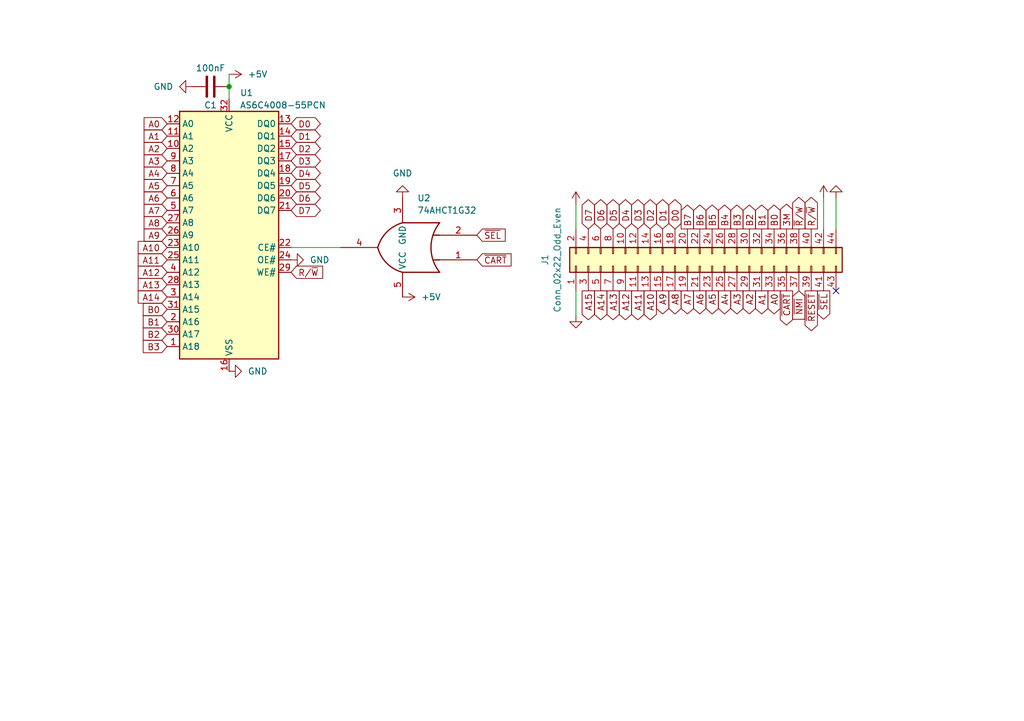
<source format=kicad_sch>
(kicad_sch (version 20231120) (generator "eeschema") (generator_version "8.0")
  (paper "A5")
  (lib_symbols
    (symbol "74xGxx:74AHCT1G32"
      (property "Reference" "U" (at -2.54 3.81 0))
      (property "Value" "74AHCT1G32" (at 0 -3.81 0))
      (symbol "74AHCT1G32_0_1"
        (arc (start -7.62 -5.08) (mid -5.838 0) (end -7.62 5.08) (stroke (width 0.254)))
        (arc (start 0 -5.08) (mid 3.1986 -3.2054) (end 5.08 0) (stroke (width 0.254)))
        (polyline (pts (xy -7.62 -2.54) (xy -6.35 -2.54)) (stroke (width 0.254)) (fill (type background)))
        (polyline (pts (xy -7.62 2.54) (xy -6.35 2.54)) (stroke (width 0.254)) (fill (type background)))
        (polyline (pts (xy 0 -5.08) (xy -7.62 -5.08)) (stroke (width 0.254)) (fill (type background)))
        (polyline (pts (xy 0 5.08) (xy -7.62 5.08)) (stroke (width 0.254)) (fill (type background)))
        (arc (start 5.08 0) (mid 3.2238 3.2304) (end 0 5.08) (stroke (width 0.254)))
      )
      (symbol "74AHCT1G32_1_1"
        (pin input line (at -15.24 2.54 0) (length 7.62) (name "~") (number "1"))
        (pin input line (at -15.24 -2.54 0) (length 7.62) (name "~") (number "2"))
        (pin power_in line (at 0 -10.16 90) (length 5.08) (name "GND") (number "3"))
        (pin output line (at 12.7 0 180) (length 7.62) (name "~") (number "4"))
        (pin power_in line (at 0 10.16 270) (length 5.08) (name "VCC") (number "5"))
      )
    )
    (symbol "Connector_Generic:Conn_02x22_Odd_Even" (pin_names (offset 1.016) hide)
      (property "Reference" "J" (at 1.27 27.94 0))
      (property "Value" "Conn_02x22_Odd_Even" (at 1.27 -30.48 0))
      (symbol "Conn_02x22_Odd_Even_1_1"
        (rectangle (start -1.27 -27.813) (end 0 -28.067) (stroke (width 0.1524)))
        (rectangle (start -1.27 -25.273) (end 0 -25.527) (stroke (width 0.1524)))
        (rectangle (start -1.27 -22.733) (end 0 -22.987) (stroke (width 0.1524)))
        (rectangle (start -1.27 -20.193) (end 0 -20.447) (stroke (width 0.1524)))
        (rectangle (start -1.27 -17.653) (end 0 -17.907) (stroke (width 0.1524)))
        (rectangle (start -1.27 -15.113) (end 0 -15.367) (stroke (width 0.1524)))
        (rectangle (start -1.27 -12.573) (end 0 -12.827) (stroke (width 0.1524)))
        (rectangle (start -1.27 -10.033) (end 0 -10.287) (stroke (width 0.1524)))
        (rectangle (start -1.27 -7.493) (end 0 -7.747) (stroke (width 0.1524)))
        (rectangle (start -1.27 -4.953) (end 0 -5.207) (stroke (width 0.1524)))
        (rectangle (start -1.27 -2.413) (end 0 -2.667) (stroke (width 0.1524)))
        (rectangle (start -1.27 0.127) (end 0 -0.127) (stroke (width 0.1524)))
        (rectangle (start -1.27 2.667) (end 0 2.413) (stroke (width 0.1524)))
        (rectangle (start -1.27 5.207) (end 0 4.953) (stroke (width 0.1524)))
        (rectangle (start -1.27 7.747) (end 0 7.493) (stroke (width 0.1524)))
        (rectangle (start -1.27 10.287) (end 0 10.033) (stroke (width 0.1524)))
        (rectangle (start -1.27 12.827) (end 0 12.573) (stroke (width 0.1524)))
        (rectangle (start -1.27 15.367) (end 0 15.113) (stroke (width 0.1524)))
        (rectangle (start -1.27 17.907) (end 0 17.653) (stroke (width 0.1524)))
        (rectangle (start -1.27 20.447) (end 0 20.193) (stroke (width 0.1524)))
        (rectangle (start -1.27 22.987) (end 0 22.733) (stroke (width 0.1524)))
        (rectangle (start -1.27 25.527) (end 0 25.273) (stroke (width 0.1524)))
        (rectangle (start -1.27 26.67) (end 3.81 -29.21) (stroke (width 0.254)) (fill (type background)))
        (rectangle (start 3.81 -27.813) (end 2.54 -28.067) (stroke (width 0.1524)))
        (rectangle (start 3.81 -25.273) (end 2.54 -25.527) (stroke (width 0.1524)))
        (rectangle (start 3.81 -22.733) (end 2.54 -22.987) (stroke (width 0.1524)))
        (rectangle (start 3.81 -20.193) (end 2.54 -20.447) (stroke (width 0.1524)))
        (rectangle (start 3.81 -17.653) (end 2.54 -17.907) (stroke (width 0.1524)))
        (rectangle (start 3.81 -15.113) (end 2.54 -15.367) (stroke (width 0.1524)))
        (rectangle (start 3.81 -12.573) (end 2.54 -12.827) (stroke (width 0.1524)))
        (rectangle (start 3.81 -10.033) (end 2.54 -10.287) (stroke (width 0.1524)))
        (rectangle (start 3.81 -7.493) (end 2.54 -7.747) (stroke (width 0.1524)))
        (rectangle (start 3.81 -4.953) (end 2.54 -5.207) (stroke (width 0.1524)))
        (rectangle (start 3.81 -2.413) (end 2.54 -2.667) (stroke (width 0.1524)))
        (rectangle (start 3.81 0.127) (end 2.54 -0.127) (stroke (width 0.1524)))
        (rectangle (start 3.81 2.667) (end 2.54 2.413) (stroke (width 0.1524)))
        (rectangle (start 3.81 5.207) (end 2.54 4.953) (stroke (width 0.1524)))
        (rectangle (start 3.81 7.747) (end 2.54 7.493) (stroke (width 0.1524)))
        (rectangle (start 3.81 10.287) (end 2.54 10.033) (stroke (width 0.1524)))
        (rectangle (start 3.81 12.827) (end 2.54 12.573) (stroke (width 0.1524)))
        (rectangle (start 3.81 15.367) (end 2.54 15.113) (stroke (width 0.1524)))
        (rectangle (start 3.81 17.907) (end 2.54 17.653) (stroke (width 0.1524)))
        (rectangle (start 3.81 20.447) (end 2.54 20.193) (stroke (width 0.1524)))
        (rectangle (start 3.81 22.987) (end 2.54 22.733) (stroke (width 0.1524)))
        (rectangle (start 3.81 25.527) (end 2.54 25.273) (stroke (width 0.1524)))
        (pin passive line (at -5.08 25.4 0) (length 3.81) (name "Pin_1") (number "1"))
        (pin passive line (at 7.62 15.24 180) (length 3.81) (name "Pin_10") (number "10"))
        (pin passive line (at -5.08 12.7 0) (length 3.81) (name "Pin_11") (number "11"))
        (pin passive line (at 7.62 12.7 180) (length 3.81) (name "Pin_12") (number "12"))
        (pin passive line (at -5.08 10.16 0) (length 3.81) (name "Pin_13") (number "13"))
        (pin passive line (at 7.62 10.16 180) (length 3.81) (name "Pin_14") (number "14"))
        (pin passive line (at -5.08 7.62 0) (length 3.81) (name "Pin_15") (number "15"))
        (pin passive line (at 7.62 7.62 180) (length 3.81) (name "Pin_16") (number "16"))
        (pin passive line (at -5.08 5.08 0) (length 3.81) (name "Pin_17") (number "17"))
        (pin passive line (at 7.62 5.08 180) (length 3.81) (name "Pin_18") (number "18"))
        (pin passive line (at -5.08 2.54 0) (length 3.81) (name "Pin_19") (number "19"))
        (pin passive line (at 7.62 25.4 180) (length 3.81) (name "Pin_2") (number "2"))
        (pin passive line (at 7.62 2.54 180) (length 3.81) (name "Pin_20") (number "20"))
        (pin passive line (at -5.08 0 0) (length 3.81) (name "Pin_21") (number "21"))
        (pin passive line (at 7.62 0 180) (length 3.81) (name "Pin_22") (number "22"))
        (pin passive line (at -5.08 -2.54 0) (length 3.81) (name "Pin_23") (number "23"))
        (pin passive line (at 7.62 -2.54 180) (length 3.81) (name "Pin_24") (number "24"))
        (pin passive line (at -5.08 -5.08 0) (length 3.81) (name "Pin_25") (number "25"))
        (pin passive line (at 7.62 -5.08 180) (length 3.81) (name "Pin_26") (number "26"))
        (pin passive line (at -5.08 -7.62 0) (length 3.81) (name "Pin_27") (number "27"))
        (pin passive line (at 7.62 -7.62 180) (length 3.81) (name "Pin_28") (number "28"))
        (pin passive line (at -5.08 -10.16 0) (length 3.81) (name "Pin_29") (number "29"))
        (pin passive line (at -5.08 22.86 0) (length 3.81) (name "Pin_3") (number "3"))
        (pin passive line (at 7.62 -10.16 180) (length 3.81) (name "Pin_30") (number "30"))
        (pin passive line (at -5.08 -12.7 0) (length 3.81) (name "Pin_31") (number "31"))
        (pin passive line (at 7.62 -12.7 180) (length 3.81) (name "Pin_32") (number "32"))
        (pin passive line (at -5.08 -15.24 0) (length 3.81) (name "Pin_33") (number "33"))
        (pin passive line (at 7.62 -15.24 180) (length 3.81) (name "Pin_34") (number "34"))
        (pin passive line (at -5.08 -17.78 0) (length 3.81) (name "Pin_35") (number "35"))
        (pin passive line (at 7.62 -17.78 180) (length 3.81) (name "Pin_36") (number "36"))
        (pin passive line (at -5.08 -20.32 0) (length 3.81) (name "Pin_37") (number "37"))
        (pin passive line (at 7.62 -20.32 180) (length 3.81) (name "Pin_38") (number "38"))
        (pin passive line (at -5.08 -22.86 0) (length 3.81) (name "Pin_39") (number "39"))
        (pin passive line (at 7.62 22.86 180) (length 3.81) (name "Pin_4") (number "4"))
        (pin passive line (at 7.62 -22.86 180) (length 3.81) (name "Pin_40") (number "40"))
        (pin passive line (at -5.08 -25.4 0) (length 3.81) (name "Pin_41") (number "41"))
        (pin passive line (at 7.62 -25.4 180) (length 3.81) (name "Pin_42") (number "42"))
        (pin passive line (at -5.08 -27.94 0) (length 3.81) (name "Pin_43") (number "43"))
        (pin passive line (at 7.62 -27.94 180) (length 3.81) (name "Pin_44") (number "44"))
        (pin passive line (at -5.08 20.32 0) (length 3.81) (name "Pin_5") (number "5"))
        (pin passive line (at 7.62 20.32 180) (length 3.81) (name "Pin_6") (number "6"))
        (pin passive line (at -5.08 17.78 0) (length 3.81) (name "Pin_7") (number "7"))
        (pin passive line (at 7.62 17.78 180) (length 3.81) (name "Pin_8") (number "8"))
        (pin passive line (at -5.08 15.24 0) (length 3.81) (name "Pin_9") (number "9"))
      )
    )
    (symbol "Device:C" (pin_numbers hide) (pin_names (offset 0.254))
      (property "Reference" "C" (at 0.635 2.54 0))
      (property "Value" "C" (at 0.635 -2.54 0))
      (symbol "C_0_1"
        (polyline (pts (xy -2.032 -0.762) (xy 2.032 -0.762)) (stroke (width 0.508)))
        (polyline (pts (xy -2.032 0.762) (xy 2.032 0.762)) (stroke (width 0.508)))
      )
      (symbol "C_1_1"
        (pin passive line (at 0 3.81 270) (length 2.794) (name "~") (number "1"))
        (pin passive line (at 0 -3.81 90) (length 2.794) (name "~") (number "2"))
      )
    )
    (symbol "Memory_RAM:AS6C4008-55PCN"
      (property "Reference" "U" (at -10.16 26.035 0))
      (property "Value" "AS6C4008-55PCN" (at 2.54 26.035 0))
      (symbol "AS6C4008-55PCN_0_0"
        (pin power_in line (at 0 -27.94 90) (length 2.54) (name "VSS") (number "16"))
        (pin power_in line (at 0 27.94 270) (length 2.54) (name "VCC") (number "32"))
      )
      (symbol "AS6C4008-55PCN_0_1"
        (rectangle (start -10.16 25.4) (end 10.16 -25.4) (stroke (width 0.254)) (fill (type background)))
      )
      (symbol "AS6C4008-55PCN_1_1"
        (pin input line (at -12.7 -22.86 0) (length 2.54) (name "A18") (number "1"))
        (pin input line (at -12.7 17.78 0) (length 2.54) (name "A2") (number "10"))
        (pin input line (at -12.7 20.32 0) (length 2.54) (name "A1") (number "11"))
        (pin input line (at -12.7 22.86 0) (length 2.54) (name "A0") (number "12"))
        (pin tri_state line (at 12.7 22.86 180) (length 2.54) (name "DQ0") (number "13"))
        (pin tri_state line (at 12.7 20.32 180) (length 2.54) (name "DQ1") (number "14"))
        (pin tri_state line (at 12.7 17.78 180) (length 2.54) (name "DQ2") (number "15"))
        (pin tri_state line (at 12.7 15.24 180) (length 2.54) (name "DQ3") (number "17"))
        (pin tri_state line (at 12.7 12.7 180) (length 2.54) (name "DQ4") (number "18"))
        (pin tri_state line (at 12.7 10.16 180) (length 2.54) (name "DQ5") (number "19"))
        (pin input line (at -12.7 -17.78 0) (length 2.54) (name "A16") (number "2"))
        (pin tri_state line (at 12.7 7.62 180) (length 2.54) (name "DQ6") (number "20"))
        (pin tri_state line (at 12.7 5.08 180) (length 2.54) (name "DQ7") (number "21"))
        (pin input line (at 12.7 -2.54 180) (length 2.54) (name "CE#") (number "22"))
        (pin input line (at -12.7 -2.54 0) (length 2.54) (name "A10") (number "23"))
        (pin input line (at 12.7 -5.08 180) (length 2.54) (name "OE#") (number "24"))
        (pin input line (at -12.7 -5.08 0) (length 2.54) (name "A11") (number "25"))
        (pin input line (at -12.7 0 0) (length 2.54) (name "A9") (number "26"))
        (pin input line (at -12.7 2.54 0) (length 2.54) (name "A8") (number "27"))
        (pin input line (at -12.7 -10.16 0) (length 2.54) (name "A13") (number "28"))
        (pin input line (at 12.7 -7.62 180) (length 2.54) (name "WE#") (number "29"))
        (pin input line (at -12.7 -12.7 0) (length 2.54) (name "A14") (number "3"))
        (pin input line (at -12.7 -20.32 0) (length 2.54) (name "A17") (number "30"))
        (pin input line (at -12.7 -15.24 0) (length 2.54) (name "A15") (number "31"))
        (pin input line (at -12.7 -7.62 0) (length 2.54) (name "A12") (number "4"))
        (pin input line (at -12.7 5.08 0) (length 2.54) (name "A7") (number "5"))
        (pin input line (at -12.7 7.62 0) (length 2.54) (name "A6") (number "6"))
        (pin input line (at -12.7 10.16 0) (length 2.54) (name "A5") (number "7"))
        (pin input line (at -12.7 12.7 0) (length 2.54) (name "A4") (number "8"))
        (pin input line (at -12.7 15.24 0) (length 2.54) (name "A3") (number "9"))
      )
    )
    (symbol "power:+5V" (power) (pin_names (offset 0))
      (property "Value" "+5V" (at 0 3.556 0))
      (symbol "+5V_0_1"
        (polyline (pts (xy -0.762 1.27) (xy 0 2.54)))
        (polyline (pts (xy 0 0) (xy 0 2.54)))
        (polyline (pts (xy 0 2.54) (xy 0.762 1.27)))
      )
      (symbol "+5V_1_1"
        (pin power_in line (at 0 0 90) (length 0) hide (name "+5V") (number "1"))
      )
    )
    (symbol "power:GND" (power) (pin_names (offset 0))
      (property "Value" "GND" (at 0 -3.81 0))
      (symbol "GND_0_1"
        (polyline (pts (xy 0 0) (xy 0 -1.27) (xy 1.27 -1.27) (xy 0 -2.54) (xy -1.27 -1.27) (xy 0 -1.27)))
      )
      (symbol "GND_1_1"
        (pin power_in line (at 0 0 270) (length 0) hide (name "GND") (number "1"))
      )
    )
  )
  (junction (at 46.99 17.78))
  (no_connect (at 171.45 59.69))
  (wire (pts (xy 118.11 41.91) (xy 118.11 46.99)))
  (wire (pts (xy 69.85 50.8) (xy 59.69 50.8)))
  (wire (pts (xy 46.99 17.78) (xy 46.99 20.32)))
  (wire (pts (xy 168.91 40.64) (xy 168.91 46.99)))
  (wire (pts (xy 171.45 40.64) (xy 171.45 46.99)))
  (wire (pts (xy 118.11 64.77) (xy 118.11 59.69)))
  (wire (pts (xy 46.99 15.24) (xy 46.99 17.78)))
  (global_label "A3" (shape output) (at 151.13 59.69 270) (property "Intersheetrefs" "${INTERSHEET_REFS}" (effects (hide yes))))
  (global_label "A8" (shape input) (at 34.29 45.72 180) (property "Intersheetrefs" "${INTERSHEET_REFS}" (effects (hide yes))))
  (global_label "D0" (shape bidirectional) (at 59.69 25.4 0) (property "Intersheetrefs" "${INTERSHEET_REFS}" (effects (hide yes))))
  (global_label "A11" (shape output) (at 130.81 59.69 270) (property "Intersheetrefs" "${INTERSHEET_REFS}" (effects (hide yes))))
  (global_label "A6" (shape input) (at 34.29 40.64 180) (property "Intersheetrefs" "${INTERSHEET_REFS}" (effects (hide yes))))
  (global_label "D4" (shape bidirectional) (at 59.69 35.56 0) (property "Intersheetrefs" "${INTERSHEET_REFS}" (effects (hide yes))))
  (global_label "A4" (shape output) (at 148.59 59.69 270) (property "Intersheetrefs" "${INTERSHEET_REFS}" (effects (hide yes))))
  (global_label "D2" (shape bidirectional) (at 59.69 30.48 0) (property "Intersheetrefs" "${INTERSHEET_REFS}" (effects (hide yes))))
  (global_label "D1" (shape bidirectional) (at 59.69 27.94 0) (property "Intersheetrefs" "${INTERSHEET_REFS}" (effects (hide yes))))
  (global_label "D3" (shape bidirectional) (at 130.81 46.99 90) (property "Intersheetrefs" "${INTERSHEET_REFS}" (effects (hide yes))))
  (global_label "R{slash}~{W}" (shape output) (at 166.37 46.99 90) (property "Intersheetrefs" "${INTERSHEET_REFS}" (effects (hide yes))))
  (global_label "D4" (shape bidirectional) (at 128.27 46.99 90) (property "Intersheetrefs" "${INTERSHEET_REFS}" (effects (hide yes))))
  (global_label "A7" (shape input) (at 34.29 43.18 180) (property "Intersheetrefs" "${INTERSHEET_REFS}" (effects (hide yes))))
  (global_label "~{CART}" (shape output) (at 161.29 59.69 270) (property "Intersheetrefs" "${INTERSHEET_REFS}" (effects (hide yes))))
  (global_label "R{slash}~{W}" (shape input) (at 59.69 55.88 0) (property "Intersheetrefs" "${INTERSHEET_REFS}" (effects (hide yes))))
  (global_label "A0" (shape input) (at 34.29 25.4 180) (property "Intersheetrefs" "${INTERSHEET_REFS}" (effects (hide yes))))
  (global_label "A4" (shape input) (at 34.29 35.56 180) (property "Intersheetrefs" "${INTERSHEET_REFS}" (effects (hide yes))))
  (global_label "~{R}{slash}W" (shape output) (at 163.83 46.99 90) (property "Intersheetrefs" "${INTERSHEET_REFS}" (effects (hide yes))))
  (global_label "A13" (shape output) (at 125.73 59.69 270) (property "Intersheetrefs" "${INTERSHEET_REFS}" (effects (hide yes))))
  (global_label "A0" (shape output) (at 158.75 59.69 270) (property "Intersheetrefs" "${INTERSHEET_REFS}" (effects (hide yes))))
  (global_label "~{CART}" (shape input) (at 97.79 53.34 0) (property "Intersheetrefs" "${INTERSHEET_REFS}" (effects (hide yes))))
  (global_label "D7" (shape bidirectional) (at 120.65 46.99 90) (property "Intersheetrefs" "${INTERSHEET_REFS}" (effects (hide yes))))
  (global_label "B4" (shape output) (at 148.59 46.99 90) (property "Intersheetrefs" "${INTERSHEET_REFS}" (effects (hide yes))))
  (global_label "B2" (shape input) (at 34.29 68.58 180) (property "Intersheetrefs" "${INTERSHEET_REFS}" (effects (hide yes))))
  (global_label "A2" (shape output) (at 153.67 59.69 270) (property "Intersheetrefs" "${INTERSHEET_REFS}" (effects (hide yes))))
  (global_label "~{SEL}" (shape output) (at 168.91 59.69 270) (property "Intersheetrefs" "${INTERSHEET_REFS}" (effects (hide yes))))
  (global_label "B0" (shape input) (at 34.29 63.5 180) (property "Intersheetrefs" "${INTERSHEET_REFS}" (effects (hide yes))))
  (global_label "A5" (shape input) (at 34.29 38.1 180) (property "Intersheetrefs" "${INTERSHEET_REFS}" (effects (hide yes))))
  (global_label "B0" (shape output) (at 158.75 46.99 90) (property "Intersheetrefs" "${INTERSHEET_REFS}" (effects (hide yes))))
  (global_label "A6" (shape output) (at 143.51 59.69 270) (property "Intersheetrefs" "${INTERSHEET_REFS}" (effects (hide yes))))
  (global_label "A1" (shape input) (at 34.29 27.94 180) (property "Intersheetrefs" "${INTERSHEET_REFS}" (effects (hide yes))))
  (global_label "D1" (shape bidirectional) (at 135.89 46.99 90) (property "Intersheetrefs" "${INTERSHEET_REFS}" (effects (hide yes))))
  (global_label "B7" (shape output) (at 140.97 46.99 90) (property "Intersheetrefs" "${INTERSHEET_REFS}" (effects (hide yes))))
  (global_label "D3" (shape bidirectional) (at 59.69 33.02 0) (property "Intersheetrefs" "${INTERSHEET_REFS}" (effects (hide yes))))
  (global_label "D7" (shape bidirectional) (at 59.69 43.18 0) (property "Intersheetrefs" "${INTERSHEET_REFS}" (effects (hide yes))))
  (global_label "A12" (shape output) (at 128.27 59.69 270) (property "Intersheetrefs" "${INTERSHEET_REFS}" (effects (hide yes))))
  (global_label "A12" (shape input) (at 34.29 55.88 180) (property "Intersheetrefs" "${INTERSHEET_REFS}" (effects (hide yes))))
  (global_label "B2" (shape output) (at 153.67 46.99 90) (property "Intersheetrefs" "${INTERSHEET_REFS}" (effects (hide yes))))
  (global_label "B1" (shape output) (at 156.21 46.99 90) (property "Intersheetrefs" "${INTERSHEET_REFS}" (effects (hide yes))))
  (global_label "D5" (shape bidirectional) (at 59.69 38.1 0) (property "Intersheetrefs" "${INTERSHEET_REFS}" (effects (hide yes))))
  (global_label "A14" (shape input) (at 34.29 60.96 180) (property "Intersheetrefs" "${INTERSHEET_REFS}" (effects (hide yes))))
  (global_label "A15" (shape output) (at 120.65 59.69 270) (property "Intersheetrefs" "${INTERSHEET_REFS}" (effects (hide yes))))
  (global_label "A7" (shape output) (at 140.97 59.69 270) (property "Intersheetrefs" "${INTERSHEET_REFS}" (effects (hide yes))))
  (global_label "D2" (shape bidirectional) (at 133.35 46.99 90) (property "Intersheetrefs" "${INTERSHEET_REFS}" (effects (hide yes))))
  (global_label "A8" (shape output) (at 138.43 59.69 270) (property "Intersheetrefs" "${INTERSHEET_REFS}" (effects (hide yes))))
  (global_label "B6" (shape output) (at 143.51 46.99 90) (property "Intersheetrefs" "${INTERSHEET_REFS}" (effects (hide yes))))
  (global_label "A9" (shape output) (at 135.89 59.69 270) (property "Intersheetrefs" "${INTERSHEET_REFS}" (effects (hide yes))))
  (global_label "A1" (shape output) (at 156.21 59.69 270) (property "Intersheetrefs" "${INTERSHEET_REFS}" (effects (hide yes))))
  (global_label "D5" (shape bidirectional) (at 125.73 46.99 90) (property "Intersheetrefs" "${INTERSHEET_REFS}" (effects (hide yes))))
  (global_label "~{RESET}" (shape output) (at 166.37 59.69 270) (property "Intersheetrefs" "${INTERSHEET_REFS}" (effects (hide yes))))
  (global_label "D6" (shape bidirectional) (at 123.19 46.99 90) (property "Intersheetrefs" "${INTERSHEET_REFS}" (effects (hide yes))))
  (global_label "A9" (shape input) (at 34.29 48.26 180) (property "Intersheetrefs" "${INTERSHEET_REFS}" (effects (hide yes))))
  (global_label "~{NMI}" (shape input) (at 163.83 59.69 270) (property "Intersheetrefs" "${INTERSHEET_REFS}" (effects (hide yes))))
  (global_label "A10" (shape output) (at 133.35 59.69 270) (property "Intersheetrefs" "${INTERSHEET_REFS}" (effects (hide yes))))
  (global_label "B3" (shape input) (at 34.29 71.12 180) (property "Intersheetrefs" "${INTERSHEET_REFS}" (effects (hide yes))))
  (global_label "A14" (shape output) (at 123.19 59.69 270) (property "Intersheetrefs" "${INTERSHEET_REFS}" (effects (hide yes))))
  (global_label "D6" (shape bidirectional) (at 59.69 40.64 0) (property "Intersheetrefs" "${INTERSHEET_REFS}" (effects (hide yes))))
  (global_label "A5" (shape output) (at 146.05 59.69 270) (property "Intersheetrefs" "${INTERSHEET_REFS}" (effects (hide yes))))
  (global_label "B1" (shape input) (at 34.29 66.04 180) (property "Intersheetrefs" "${INTERSHEET_REFS}" (effects (hide yes))))
  (global_label "3M" (shape output) (at 161.29 46.99 90) (property "Intersheetrefs" "${INTERSHEET_REFS}" (effects (hide yes))))
  (global_label "A11" (shape input) (at 34.29 53.34 180) (property "Intersheetrefs" "${INTERSHEET_REFS}" (effects (hide yes))))
  (global_label "A10" (shape input) (at 34.29 50.8 180) (property "Intersheetrefs" "${INTERSHEET_REFS}" (effects (hide yes))))
  (global_label "B3" (shape output) (at 151.13 46.99 90) (property "Intersheetrefs" "${INTERSHEET_REFS}" (effects (hide yes))))
  (global_label "B5" (shape output) (at 146.05 46.99 90) (property "Intersheetrefs" "${INTERSHEET_REFS}" (effects (hide yes))))
  (global_label "D0" (shape bidirectional) (at 138.43 46.99 90) (property "Intersheetrefs" "${INTERSHEET_REFS}" (effects (hide yes))))
  (global_label "A13" (shape input) (at 34.29 58.42 180) (property "Intersheetrefs" "${INTERSHEET_REFS}" (effects (hide yes))))
  (global_label "~{SEL}" (shape input) (at 97.79 48.26 0) (property "Intersheetrefs" "${INTERSHEET_REFS}" (effects (hide yes))))
  (global_label "A3" (shape input) (at 34.29 33.02 180) (property "Intersheetrefs" "${INTERSHEET_REFS}" (effects (hide yes))))
  (global_label "A2" (shape input) (at 34.29 30.48 180) (property "Intersheetrefs" "${INTERSHEET_REFS}" (effects (hide yes))))
  (symbol (lib_id "Connector_Generic:Conn_02x22_Odd_Even") (at 143.51 54.61 90) (unit 1)
    (property "Reference" "J1" (at 111.76 53.34 0))
    (property "Value" "Conn_02x22_Odd_Even" (at 114.3 53.34 0))
    (property "Footprint" "Smal:KITTY_Cart_Edge" (effects (hide yes)))
  )
  (symbol (lib_id "74xGxx:74AHCT1G32") (at 82.55 50.8 180) (unit 1)
    (property "Reference" "U2" (at 85.5665 40.64 0) (effects (justify right)))
    (property "Value" "74AHCT1G32" (at 85.5665 43.18 0) (effects (justify right)))
    (property "Footprint" "Package_TO_SOT_SMD:SOT-23-5" (effects (hide yes)))
    (property "Datasheet" "http://www.ti.com/lit/sg/scyt129e/scyt129e.pdf" (effects (hide yes)))
    (property "Description" "Single OR Gate, Low-Voltage CMOS" (effects (hide yes)))
  )
  (symbol (lib_id "Device:C") (at 43.18 17.78 90) (unit 1)
    (property "Reference" "C1" (at 43.18 21.59 90))
    (property "Value" "100nF" (at 43.18 13.97 90))
    (property "Footprint" "Capacitor_THT:C_Disc_D3.0mm_W1.6mm_P2.50mm" (effects (hide yes)))
  )
  (symbol (lib_id "power:GND") (at 59.69 53.34 90) (unit 1)
    (property "Reference" "#PWR04" (effects (hide yes)))
    (property "Value" "GND" (at 63.5 53.3399 90) (effects (justify right)))
  )
  (symbol (lib_id "power:GND") (at 171.45 40.64 180) (unit 1)
    (property "Reference" "#PWR07" (effects (hide yes)))
    (property "Value" "GND" (effects (hide yes)))
  )
  (symbol (lib_id "power:+5V") (at 168.91 40.64 0) (unit 1)
    (property "Reference" "#PWR08" (effects (hide yes)))
    (property "Value" "+5V" (effects (hide yes)))
  )
  (symbol (lib_id "power:GND") (at 39.37 17.78 270) (unit 1)
    (property "Reference" "#PWR01" (effects (hide yes)))
    (property "Value" "GND" (at 35.56 17.78 90) (effects (justify right)))
  )
  (symbol (lib_id "power:+5V") (at 46.99 15.24 270) (unit 1)
    (property "Reference" "#PWR02" (effects (hide yes)))
    (property "Value" "+5V" (at 50.8 15.24 90) (effects (justify left)))
  )
  (symbol (lib_id "power:+5V") (at 82.55 60.96 270) (unit 1)
    (property "Reference" "#PWR09" (effects (hide yes)))
    (property "Value" "+5V" (at 86.36 60.9599 90) (effects (justify left)))
  )
  (symbol (lib_id "power:GND") (at 82.55 40.64 180) (unit 1)
    (property "Reference" "#PWR010" (effects (hide yes)))
    (property "Value" "GND" (at 82.55 35.56 0))
  )
  (symbol (lib_id "power:GND") (at 46.99 76.2 90) (unit 1)
    (property "Reference" "#PWR03" (effects (hide yes)))
    (property "Value" "GND" (at 50.8 76.2 90) (effects (justify right)))
  )
  (symbol (lib_id "Memory_RAM:AS6C4008-55PCN") (at 46.99 48.26 0) (unit 1)
    (property "Reference" "U1" (at 49.1841 19.05 0) (effects (justify left)))
    (property "Value" "AS6C4008-55PCN" (at 49.1841 21.59 0) (effects (justify left)))
    (property "Footprint" "Package_DIP:DIP-32_W15.24mm_Socket_LongPads" (effects (hide yes)))
    (property "Datasheet" "https://www.alliancememory.com/wp-content/uploads/pdf/AS6C4008.pdf" (effects (hide yes)))
    (property "Description" "512K x 8 Low Power CMOS RAM, DIP-32" (effects (hide yes)))
  )
  (symbol (lib_id "power:+5V") (at 118.11 41.91 0) (unit 1)
    (property "Reference" "#PWR05" (effects (hide yes)))
    (property "Value" "+5V" (effects (hide yes)))
  )
  (symbol (lib_id "power:GND") (at 118.11 64.77 0) (unit 1)
    (property "Reference" "#PWR06" (effects (hide yes)))
    (property "Value" "GND" (effects (hide yes)))
  )
)
</source>
